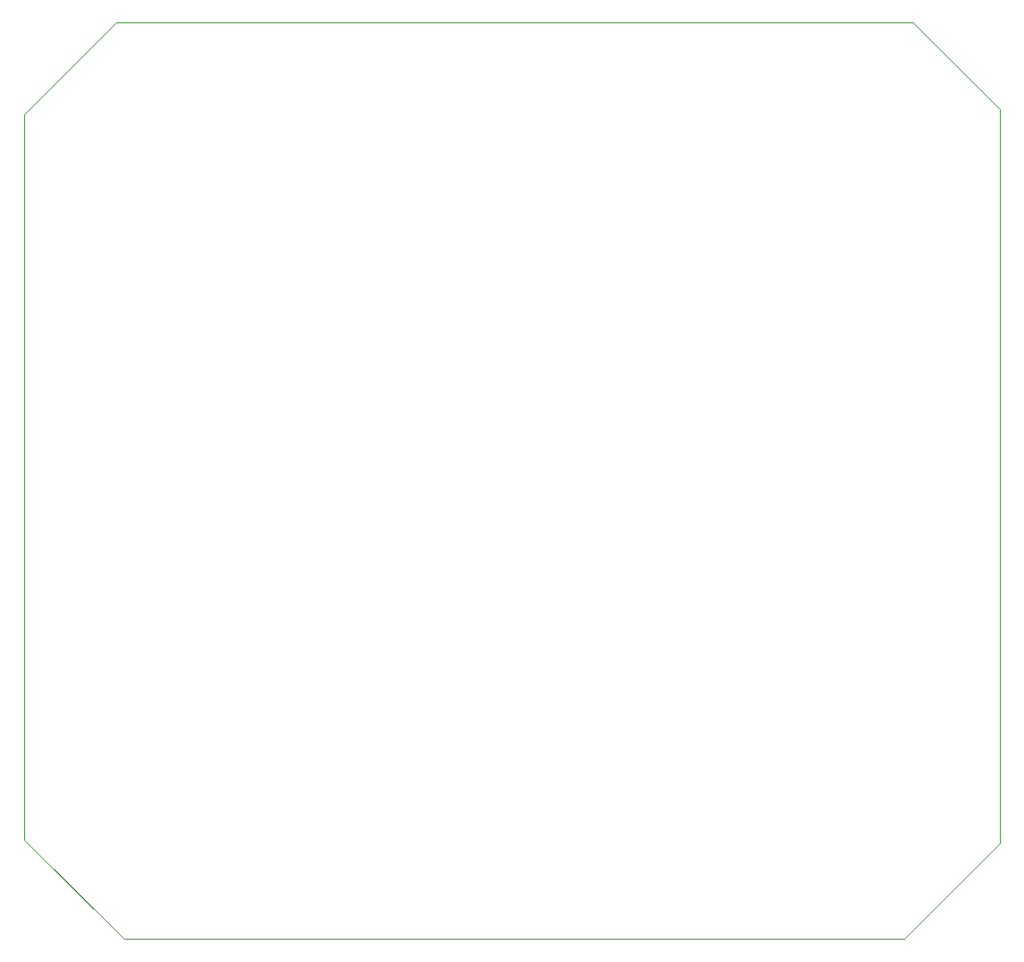
<source format=gbr>
%TF.GenerationSoftware,Altium Limited,Altium Designer,21.5.1 (32)*%
G04 Layer_Color=0*
%FSLAX45Y45*%
%MOMM*%
%TF.SameCoordinates,BAA3C551-5021-4B2B-824C-9EA50FFAFE59*%
%TF.FilePolarity,Positive*%
%TF.FileFunction,Profile,NP*%
%TF.Part,Single*%
G01*
G75*
%TA.AperFunction,Profile*%
%ADD151C,0.02540*%
D151*
X3489222Y2568675D02*
X2539999Y3517899D01*
X2539999Y10655301D01*
X3441699Y11557001D01*
X11275846Y11557001D01*
X12128501Y10704345D01*
X12128501Y3479801D01*
X11188699Y2539999D01*
X3517899Y2539999D01*
X3489222Y2568675D01*
%TF.MD5,8762a472a1de9c549f90777103b366d6*%
M02*

</source>
